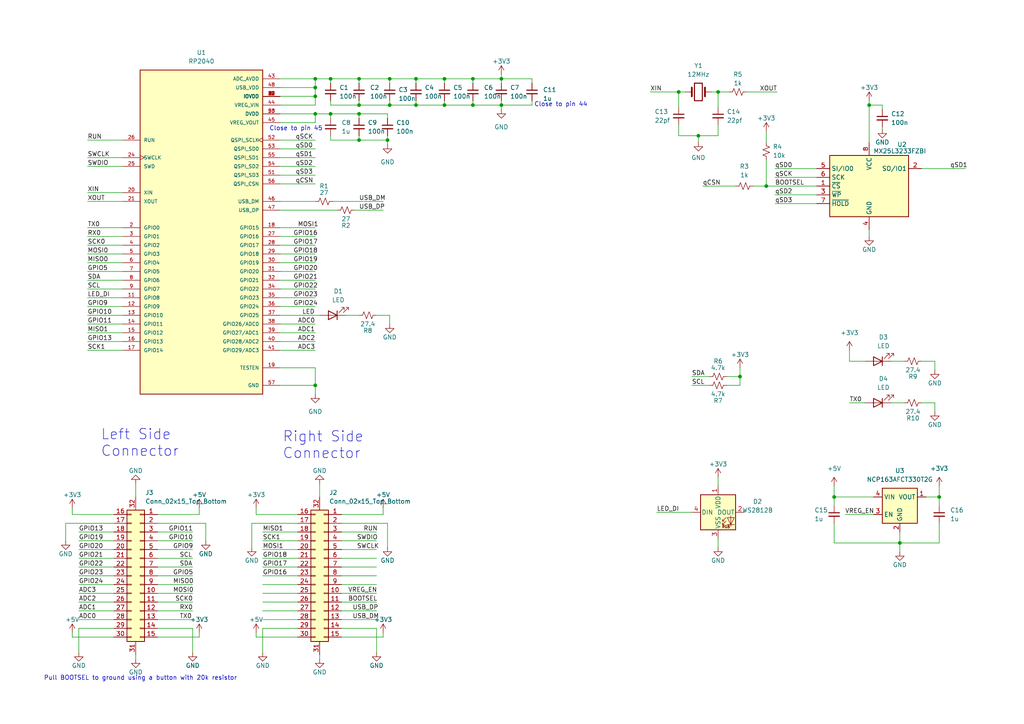
<source format=kicad_sch>
(kicad_sch (version 20230121) (generator eeschema)
  (paper "A4")
  (lib_symbols
    (symbol "Customs_Connectors:Conn_02x15_Top_Bottom" (pin_names (offset 1.016) hide)
      (property "Reference" "J" (at 2.54 20.32 0))
      (property "Value" "Conn_02x15_Top_Bottom" (at 1.27 -20.32 0))
      (symbol "Conn_02x15_Top_Bottom_1_1"
        (rectangle (start -1.27 -19.05) (end 3.81 19.05) (stroke (width 0.254)) (fill (type background)))
        (rectangle (start 0 -17.907) (end -1.27 -17.653) (stroke (width 0.1524)))
        (rectangle (start 0 -15.367) (end -1.27 -15.113) (stroke (width 0.1524)))
        (rectangle (start 0 -12.827) (end -1.27 -12.573) (stroke (width 0.1524)))
        (rectangle (start 0 -10.287) (end -1.27 -10.033) (stroke (width 0.1524)))
        (rectangle (start 0 -7.747) (end -1.27 -7.493) (stroke (width 0.1524)))
        (rectangle (start 0 -5.207) (end -1.27 -4.953) (stroke (width 0.1524)))
        (rectangle (start 0 -2.667) (end -1.27 -2.413) (stroke (width 0.1524)))
        (rectangle (start 0 -0.127) (end -1.27 0.127) (stroke (width 0.1524)))
        (rectangle (start 0 2.413) (end -1.27 2.667) (stroke (width 0.1524)))
        (rectangle (start 0 4.953) (end -1.27 5.207) (stroke (width 0.1524)))
        (rectangle (start 0 7.493) (end -1.27 7.747) (stroke (width 0.1524)))
        (rectangle (start 0 10.033) (end -1.27 10.287) (stroke (width 0.1524)))
        (rectangle (start 0 12.573) (end -1.27 12.827) (stroke (width 0.1524)))
        (rectangle (start 0 15.113) (end -1.27 15.367) (stroke (width 0.1524)))
        (rectangle (start 0 17.653) (end -1.27 17.907) (stroke (width 0.1524)))
        (rectangle (start 2.54 -17.907) (end 3.81 -17.653) (stroke (width 0.1524)))
        (rectangle (start 2.54 -15.367) (end 3.81 -15.113) (stroke (width 0.1524)))
        (rectangle (start 2.54 -12.827) (end 3.81 -12.573) (stroke (width 0.1524)))
        (rectangle (start 2.54 -10.287) (end 3.81 -10.033) (stroke (width 0.1524)))
        (rectangle (start 2.54 -7.747) (end 3.81 -7.493) (stroke (width 0.1524)))
        (rectangle (start 2.54 -5.207) (end 3.81 -4.953) (stroke (width 0.1524)))
        (rectangle (start 2.54 -2.667) (end 3.81 -2.413) (stroke (width 0.1524)))
        (rectangle (start 2.54 -0.127) (end 3.81 0.127) (stroke (width 0.1524)))
        (rectangle (start 2.54 2.413) (end 3.81 2.667) (stroke (width 0.1524)))
        (rectangle (start 2.54 4.953) (end 3.81 5.207) (stroke (width 0.1524)))
        (rectangle (start 2.54 7.493) (end 3.81 7.747) (stroke (width 0.1524)))
        (rectangle (start 2.54 10.033) (end 3.81 10.287) (stroke (width 0.1524)))
        (rectangle (start 2.54 12.573) (end 3.81 12.827) (stroke (width 0.1524)))
        (rectangle (start 2.54 15.113) (end 3.81 15.367) (stroke (width 0.1524)))
        (rectangle (start 2.54 17.653) (end 3.81 17.907) (stroke (width 0.1524)))
        (pin passive line (at 7.62 17.78 180) (length 3.81) (name "Pin_1") (number "1"))
        (pin passive line (at 7.62 -5.08 180) (length 3.81) (name "Pin_10") (number "10"))
        (pin passive line (at 7.62 -7.62 180) (length 3.81) (name "Pin_11") (number "11"))
        (pin passive line (at 7.62 -10.16 180) (length 3.81) (name "Pin_12") (number "12"))
        (pin passive line (at 7.62 -12.7 180) (length 3.81) (name "Pin_13") (number "13"))
        (pin passive line (at 7.62 -15.24 180) (length 3.81) (name "Pin_14") (number "14"))
        (pin passive line (at 7.62 -17.78 180) (length 3.81) (name "Pin_15") (number "15"))
        (pin passive line (at -5.08 17.78 0) (length 3.81) (name "Pin_16") (number "16"))
        (pin passive line (at -5.08 15.24 0) (length 3.81) (name "Pin_17") (number "17"))
        (pin passive line (at -5.08 12.7 0) (length 3.81) (name "Pin_18") (number "18"))
        (pin passive line (at -5.08 10.16 0) (length 3.81) (name "Pin_19") (number "19"))
        (pin passive line (at 7.62 15.24 180) (length 3.81) (name "Pin_2") (number "2"))
        (pin passive line (at -5.08 7.62 0) (length 3.81) (name "Pin_20") (number "20"))
        (pin passive line (at -5.08 5.08 0) (length 3.81) (name "Pin_21") (number "21"))
        (pin passive line (at -5.08 2.54 0) (length 3.81) (name "Pin_22") (number "22"))
        (pin passive line (at -5.08 0 0) (length 3.81) (name "Pin_23") (number "23"))
        (pin passive line (at -5.08 -2.54 0) (length 3.81) (name "Pin_24") (number "24"))
        (pin passive line (at -5.08 -5.08 0) (length 3.81) (name "Pin_25") (number "25"))
        (pin passive line (at -5.08 -7.62 0) (length 3.81) (name "Pin_26") (number "26"))
        (pin passive line (at -5.08 -10.16 0) (length 3.81) (name "Pin_27") (number "27"))
        (pin passive line (at -5.08 -12.7 0) (length 3.81) (name "Pin_28") (number "28"))
        (pin passive line (at -5.08 -15.24 0) (length 3.81) (name "Pin_29") (number "29"))
        (pin passive line (at 7.62 12.7 180) (length 3.81) (name "Pin_3") (number "3"))
        (pin passive line (at -5.08 -17.78 0) (length 3.81) (name "Pin_30") (number "30"))
        (pin passive line (at 1.27 -22.86 90) (length 3.81) (name "Pin_30") (number "31"))
        (pin passive line (at 1.27 22.86 270) (length 3.81) (name "Pin_30") (number "32"))
        (pin passive line (at 7.62 10.16 180) (length 3.81) (name "Pin_4") (number "4"))
        (pin passive line (at 7.62 7.62 180) (length 3.81) (name "Pin_5") (number "5"))
        (pin passive line (at 7.62 5.08 180) (length 3.81) (name "Pin_6") (number "6"))
        (pin passive line (at 7.62 2.54 180) (length 3.81) (name "Pin_7") (number "7"))
        (pin passive line (at 7.62 0 180) (length 3.81) (name "Pin_8") (number "8"))
        (pin passive line (at 7.62 -2.54 180) (length 3.81) (name "Pin_9") (number "9"))
      )
    )
    (symbol "Device:C_Small" (pin_numbers hide) (pin_names (offset 0.254) hide)
      (property "Reference" "C" (at 0.254 1.778 0))
      (property "Value" "C_Small" (at 0.254 -2.032 0))
      (symbol "C_Small_0_1"
        (polyline (pts (xy -1.524 -0.508) (xy 1.524 -0.508)) (stroke (width 0.3302)))
        (polyline (pts (xy -1.524 0.508) (xy 1.524 0.508)) (stroke (width 0.3048)))
      )
      (symbol "C_Small_1_1"
        (pin passive line (at 0 2.54 270) (length 2.032) (name "~") (number "1"))
        (pin passive line (at 0 -2.54 90) (length 2.032) (name "~") (number "2"))
      )
    )
    (symbol "Device:Crystal" (pin_numbers hide) (pin_names (offset 1.016) hide)
      (property "Reference" "Y" (at 0 3.81 0))
      (property "Value" "Crystal" (at 0 -3.81 0))
      (symbol "Crystal_0_1"
        (rectangle (start -1.143 2.54) (end 1.143 -2.54) (stroke (width 0.3048)))
        (polyline (pts (xy -2.54 0) (xy -1.905 0)))
        (polyline (pts (xy -1.905 -1.27) (xy -1.905 1.27)) (stroke (width 0.508)))
        (polyline (pts (xy 1.905 -1.27) (xy 1.905 1.27)) (stroke (width 0.508)))
        (polyline (pts (xy 2.54 0) (xy 1.905 0)))
      )
      (symbol "Crystal_1_1"
        (pin passive line (at -3.81 0 0) (length 1.27) (name "1") (number "1"))
        (pin passive line (at 3.81 0 180) (length 1.27) (name "2") (number "2"))
      )
    )
    (symbol "Device:LED" (pin_numbers hide) (pin_names (offset 1.016) hide)
      (property "Reference" "D" (at 0 2.54 0))
      (property "Value" "LED" (at 0 -2.54 0))
      (symbol "LED_0_1"
        (polyline (pts (xy -1.27 -1.27) (xy -1.27 1.27)) (stroke (width 0.254)))
        (polyline (pts (xy -1.27 0) (xy 1.27 0)))
        (polyline (pts (xy 1.27 -1.27) (xy 1.27 1.27) (xy -1.27 0) (xy 1.27 -1.27)) (stroke (width 0.254)))
        (polyline (pts (xy -3.048 -0.762) (xy -4.572 -2.286) (xy -3.81 -2.286) (xy -4.572 -2.286) (xy -4.572 -1.524)))
        (polyline (pts (xy -1.778 -0.762) (xy -3.302 -2.286) (xy -2.54 -2.286) (xy -3.302 -2.286) (xy -3.302 -1.524)))
      )
      (symbol "LED_1_1"
        (pin passive line (at -3.81 0 0) (length 2.54) (name "K") (number "1"))
        (pin passive line (at 3.81 0 180) (length 2.54) (name "A") (number "2"))
      )
    )
    (symbol "Device:R_Small_US" (pin_numbers hide) (pin_names (offset 0.254) hide)
      (property "Reference" "R" (at 0.762 0.508 0))
      (property "Value" "R_Small_US" (at 0.762 -1.016 0))
      (symbol "R_Small_US_1_1"
        (polyline (pts (xy 0 0) (xy 1.016 -0.381) (xy 0 -0.762) (xy -1.016 -1.143) (xy 0 -1.524)))
        (polyline (pts (xy 0 1.524) (xy 1.016 1.143) (xy 0 0.762) (xy -1.016 0.381) (xy 0 0)))
        (pin passive line (at 0 2.54 270) (length 1.016) (name "~") (number "1"))
        (pin passive line (at 0 -2.54 90) (length 1.016) (name "~") (number "2"))
      )
    )
    (symbol "LED:WS2812B" (pin_names (offset 0.254))
      (property "Reference" "D" (at 5.08 5.715 0))
      (property "Value" "WS2812B" (at 1.27 -5.715 0))
      (symbol "WS2812B_0_0"
        (text "RGB" (at 2.286 -4.191 0) (effects (font (size 0.762 0.762))))
      )
      (symbol "WS2812B_0_1"
        (polyline (pts (xy 1.27 -3.556) (xy 1.778 -3.556)))
        (polyline (pts (xy 1.27 -2.54) (xy 1.778 -2.54)))
        (polyline (pts (xy 4.699 -3.556) (xy 2.667 -3.556)))
        (polyline (pts (xy 2.286 -2.54) (xy 1.27 -3.556) (xy 1.27 -3.048)))
        (polyline (pts (xy 2.286 -1.524) (xy 1.27 -2.54) (xy 1.27 -2.032)))
        (polyline (pts (xy 3.683 -1.016) (xy 3.683 -3.556) (xy 3.683 -4.064)))
        (polyline (pts (xy 4.699 -1.524) (xy 2.667 -1.524) (xy 3.683 -3.556) (xy 4.699 -1.524)))
        (rectangle (start 5.08 5.08) (end -5.08 -5.08) (stroke (width 0.254)) (fill (type background)))
      )
      (symbol "WS2812B_1_1"
        (pin power_in line (at 0 7.62 270) (length 2.54) (name "VDD") (number "1"))
        (pin output line (at 7.62 0 180) (length 2.54) (name "DOUT") (number "2"))
        (pin power_in line (at 0 -7.62 90) (length 2.54) (name "VSS") (number "3"))
        (pin input line (at -7.62 0 0) (length 2.54) (name "DIN") (number "4"))
      )
    )
    (symbol "Memory_Flash:AT25DF041x-UxN-x"
      (property "Reference" "U2" (at 9.525 12.065 0))
      (property "Value" "MX25L3233FZBI" (at 8.89 10.16 0))
      (symbol "AT25DF041x-UxN-x_1_1"
        (rectangle (start -11.43 8.89) (end 11.43 -8.89) (stroke (width 0.254)) (fill (type background)))
        (pin input line (at -15.24 0 0) (length 3.81) (name "~{CS}") (number "1"))
        (pin bidirectional line (at 15.24 5.08 180) (length 3.81) (name "SO/IO1") (number "2"))
        (pin bidirectional line (at -15.24 -2.54 0) (length 3.81) (name "~{WP}") (number "3"))
        (pin power_in line (at 0 -12.7 90) (length 3.81) (name "GND") (number "4"))
        (pin bidirectional line (at -15.24 5.08 0) (length 3.81) (name "SI/IO0") (number "5"))
        (pin input line (at -15.24 2.54 0) (length 3.81) (name "SCK") (number "6"))
        (pin bidirectional line (at -15.24 -5.08 0) (length 3.81) (name "~{HOLD}") (number "7"))
        (pin power_in line (at 0 12.7 270) (length 3.81) (name "VCC") (number "8"))
      )
    )
    (symbol "RP2040:RP2040" (pin_names (offset 1.016))
      (property "Reference" "U1" (at 0 53.34 0))
      (property "Value" "RP2040" (at 0 50.8 0))
      (symbol "RP2040_0_0"
        (rectangle (start -17.78 -45.72) (end 17.78 48.26) (stroke (width 0.254)) (fill (type background)))
        (pin power_in line (at 22.86 40.64 180) (length 5.08) (name "IOVDD") (number "1"))
        (pin power_in line (at 22.86 40.64 180) (length 5.08) (name "IOVDD") (number "10"))
        (pin bidirectional line (at -22.86 -17.78 0) (length 5.08) (name "GPIO8") (number "11"))
        (pin bidirectional line (at -22.86 -20.32 0) (length 5.08) (name "GPIO9") (number "12"))
        (pin bidirectional line (at -22.86 -22.86 0) (length 5.08) (name "GPIO10") (number "13"))
        (pin bidirectional line (at -22.86 -25.4 0) (length 5.08) (name "GPIO11") (number "14"))
        (pin bidirectional line (at -22.86 -27.94 0) (length 5.08) (name "GPIO12") (number "15"))
        (pin bidirectional line (at -22.86 -30.48 0) (length 5.08) (name "GPIO13") (number "16"))
        (pin bidirectional line (at -22.86 -33.02 0) (length 5.08) (name "GPIO14") (number "17"))
        (pin bidirectional line (at 22.86 2.54 180) (length 5.08) (name "GPIO15") (number "18"))
        (pin passive line (at 22.86 -38.1 180) (length 5.08) (name "TESTEN") (number "19"))
        (pin bidirectional line (at -22.86 2.54 0) (length 5.08) (name "GPIO0") (number "2"))
        (pin input line (at -22.86 12.7 0) (length 5.08) (name "XIN") (number "20"))
        (pin output line (at -22.86 10.16 0) (length 5.08) (name "XOUT") (number "21"))
        (pin power_in line (at 22.86 40.64 180) (length 5.08) (name "IOVDD") (number "22"))
        (pin power_in line (at 22.86 35.56 180) (length 5.08) (name "DVDD") (number "23"))
        (pin input clock (at -22.86 22.86 0) (length 5.08) (name "SWCLK") (number "24"))
        (pin bidirectional line (at -22.86 20.32 0) (length 5.08) (name "SWD") (number "25"))
        (pin input line (at -22.86 27.94 0) (length 5.08) (name "RUN") (number "26"))
        (pin bidirectional line (at 22.86 0 180) (length 5.08) (name "GPIO16") (number "27"))
        (pin bidirectional line (at 22.86 -2.54 180) (length 5.08) (name "GPIO17") (number "28"))
        (pin bidirectional line (at 22.86 -5.08 180) (length 5.08) (name "GPIO18") (number "29"))
        (pin bidirectional line (at -22.86 0 0) (length 5.08) (name "GPIO1") (number "3"))
        (pin bidirectional line (at 22.86 -7.62 180) (length 5.08) (name "GPIO19") (number "30"))
        (pin bidirectional line (at 22.86 -10.16 180) (length 5.08) (name "GPIO20") (number "31"))
        (pin bidirectional line (at 22.86 -12.7 180) (length 5.08) (name "GPIO21") (number "32"))
        (pin power_in line (at 22.86 40.64 180) (length 5.08) (name "IOVDD") (number "33"))
        (pin bidirectional line (at 22.86 -15.24 180) (length 5.08) (name "GPIO22") (number "34"))
        (pin bidirectional line (at 22.86 -17.78 180) (length 5.08) (name "GPIO23") (number "35"))
        (pin bidirectional line (at 22.86 -20.32 180) (length 5.08) (name "GPIO24") (number "36"))
        (pin bidirectional line (at 22.86 -22.86 180) (length 5.08) (name "GPIO25") (number "37"))
        (pin bidirectional line (at 22.86 -25.4 180) (length 5.08) (name "GPIO26/ADC0") (number "38"))
        (pin bidirectional line (at 22.86 -27.94 180) (length 5.08) (name "GPIO27/ADC1") (number "39"))
        (pin bidirectional line (at -22.86 -2.54 0) (length 5.08) (name "GPIO2") (number "4"))
        (pin bidirectional line (at 22.86 -30.48 180) (length 5.08) (name "GPIO28/ADC2") (number "40"))
        (pin bidirectional line (at 22.86 -33.02 180) (length 5.08) (name "GPIO29/ADC3") (number "41"))
        (pin power_in line (at 22.86 40.64 180) (length 5.08) (name "IOVDD") (number "42"))
        (pin power_in line (at 22.86 45.72 180) (length 5.08) (name "ADC_AVDD") (number "43"))
        (pin input line (at 22.86 38.1 180) (length 5.08) (name "VREG_VIN") (number "44"))
        (pin output line (at 22.86 33.02 180) (length 5.08) (name "VREG_VOUT") (number "45"))
        (pin bidirectional line (at 22.86 10.16 180) (length 5.08) (name "USB_DM") (number "46"))
        (pin bidirectional line (at 22.86 7.62 180) (length 5.08) (name "USB_DP") (number "47"))
        (pin power_in line (at 22.86 43.18 180) (length 5.08) (name "USB_VDD") (number "48"))
        (pin power_in line (at 22.86 40.64 180) (length 5.08) (name "IOVDD") (number "49"))
        (pin bidirectional line (at -22.86 -5.08 0) (length 5.08) (name "GPIO3") (number "5"))
        (pin power_in line (at 22.86 35.56 180) (length 5.08) (name "DVDD") (number "50"))
        (pin bidirectional line (at 22.86 17.78 180) (length 5.08) (name "QSPI_SD3") (number "51"))
        (pin bidirectional clock (at 22.86 27.94 180) (length 5.08) (name "QSPI_SCLK") (number "52"))
        (pin bidirectional line (at 22.86 25.4 180) (length 5.08) (name "QSPI_SD0") (number "53"))
        (pin bidirectional line (at 22.86 20.32 180) (length 5.08) (name "QSPI_SD2") (number "54"))
        (pin bidirectional line (at 22.86 22.86 180) (length 5.08) (name "QSPI_SD1") (number "55"))
        (pin bidirectional line (at 22.86 15.24 180) (length 5.08) (name "QSPI_CSN") (number "56"))
        (pin power_in line (at 22.86 -43.18 180) (length 5.08) (name "GND") (number "57"))
        (pin bidirectional line (at -22.86 -7.62 0) (length 5.08) (name "GPIO4") (number "6"))
        (pin bidirectional line (at -22.86 -10.16 0) (length 5.08) (name "GPIO5") (number "7"))
        (pin bidirectional line (at -22.86 -12.7 0) (length 5.08) (name "GPIO6") (number "8"))
        (pin bidirectional line (at -22.86 -15.24 0) (length 5.08) (name "GPIO7") (number "9"))
      )
    )
    (symbol "Regulator_Linear:NCP163AFCT330T2G"
      (property "Reference" "U3" (at 0 10.16 0))
      (property "Value" "NCP163AFCT330T2G" (at 0 7.62 0))
      (symbol "NCP163AFCT330T2G_0_1"
        (rectangle (start -5.08 5.08) (end 5.08 -5.08) (stroke (width 0.254)) (fill (type background)))
      )
      (symbol "NCP163AFCT330T2G_1_1"
        (pin power_out line (at 7.62 2.54 180) (length 2.54) (name "VOUT") (number "1"))
        (pin power_in line (at 0 -7.62 90) (length 2.54) (name "GND") (number "2"))
        (pin input line (at -7.62 -2.54 0) (length 2.54) (name "EN") (number "3"))
        (pin power_in line (at -7.62 2.54 0) (length 2.54) (name "VIN") (number "4"))
      )
    )
    (symbol "power:+3.3V" (power) (pin_names (offset 0))
      (property "Value" "+3.3V" (at 0 3.556 0))
      (symbol "+3.3V_0_1"
        (polyline (pts (xy -0.762 1.27) (xy 0 2.54)))
        (polyline (pts (xy 0 0) (xy 0 2.54)))
        (polyline (pts (xy 0 2.54) (xy 0.762 1.27)))
      )
      (symbol "+3.3V_1_1"
        (pin power_in line (at 0 0 90) (length 0) hide (name "+3V3") (number "1"))
      )
    )
    (symbol "power:+5V" (power) (pin_names (offset 0))
      (property "Value" "+5V" (at 0 3.556 0))
      (symbol "+5V_0_1"
        (polyline (pts (xy -0.762 1.27) (xy 0 2.54)))
        (polyline (pts (xy 0 0) (xy 0 2.54)))
        (polyline (pts (xy 0 2.54) (xy 0.762 1.27)))
      )
      (symbol "+5V_1_1"
        (pin power_in line (at 0 0 90) (length 0) hide (name "+5V") (number "1"))
      )
    )
    (symbol "power:GND" (power) (pin_names (offset 0))
      (property "Value" "GND" (at 0 -3.81 0))
      (symbol "GND_0_1"
        (polyline (pts (xy 0 0) (xy 0 -1.27) (xy 1.27 -1.27) (xy 0 -2.54) (xy -1.27 -1.27) (xy 0 -1.27)))
      )
      (symbol "GND_1_1"
        (pin power_in line (at 0 0 270) (length 0) hide (name "GND") (number "1"))
      )
    )
  )
  (junction (at 91.44 25.4))
  (junction (at 272.415 144.145))
  (junction (at 208.28 26.67))
  (junction (at 145.415 22.86))
  (junction (at 113.03 22.86))
  (junction (at 104.14 22.86))
  (junction (at 241.935 144.145))
  (junction (at 137.16 30.48))
  (junction (at 260.985 157.48))
  (junction (at 104.14 33.02))
  (junction (at 145.415 30.48))
  (junction (at 91.44 111.76))
  (junction (at 112.395 40.64))
  (junction (at 91.44 33.02))
  (junction (at 128.905 22.86))
  (junction (at 95.885 22.86))
  (junction (at 137.16 22.86))
  (junction (at 214.63 109.22))
  (junction (at 91.44 27.94))
  (junction (at 222.25 53.975))
  (junction (at 202.565 39.37))
  (junction (at 91.44 22.86))
  (junction (at 113.03 30.48))
  (junction (at 120.65 30.48))
  (junction (at 196.85 26.67))
  (junction (at 128.905 30.48))
  (junction (at 95.885 33.02))
  (junction (at 120.65 22.86))
  (junction (at 104.14 30.48))
  (junction (at 252.095 30.48))
  (junction (at 104.14 40.64))
  (wire (pts (xy 112.395 33.02) (xy 104.14 33.02)))
  (wire (pts (xy 57.785 184.785) (xy 57.785 183.515)))
  (wire (pts (xy 81.28 111.76) (xy 91.44 111.76)))
  (wire (pts (xy 255.905 36.83) (xy 255.905 37.465)))
  (wire (pts (xy 224.79 56.515) (xy 236.855 56.515)))
  (wire (pts (xy 99.06 177.165) (xy 109.22 177.165)))
  (wire (pts (xy 22.86 156.845) (xy 33.02 156.845)))
  (wire (pts (xy 218.44 53.975) (xy 222.25 53.975)))
  (wire (pts (xy 81.28 40.64) (xy 91.44 40.64)))
  (wire (pts (xy 99.06 149.225) (xy 111.125 149.225)))
  (wire (pts (xy 145.415 22.86) (xy 145.415 24.13)))
  (wire (pts (xy 91.44 33.02) (xy 91.44 35.56)))
  (wire (pts (xy 81.28 25.4) (xy 91.44 25.4)))
  (wire (pts (xy 45.72 179.705) (xy 55.88 179.705)))
  (wire (pts (xy 99.06 179.705) (xy 109.22 179.705)))
  (wire (pts (xy 268.605 144.145) (xy 272.415 144.145)))
  (wire (pts (xy 76.2 167.005) (xy 86.36 167.005)))
  (wire (pts (xy 39.37 189.865) (xy 39.37 191.135)))
  (wire (pts (xy 22.86 164.465) (xy 33.02 164.465)))
  (wire (pts (xy 81.28 66.04) (xy 91.44 66.04)))
  (wire (pts (xy 76.2 174.625) (xy 86.36 174.625)))
  (wire (pts (xy 112.395 34.29) (xy 112.395 33.02)))
  (wire (pts (xy 255.905 30.48) (xy 252.095 30.48)))
  (wire (pts (xy 91.44 111.76) (xy 91.44 114.3)))
  (wire (pts (xy 45.72 172.085) (xy 55.88 172.085)))
  (wire (pts (xy 25.4 66.04) (xy 35.56 66.04)))
  (wire (pts (xy 22.86 161.925) (xy 33.02 161.925)))
  (wire (pts (xy 81.28 33.02) (xy 91.44 33.02)))
  (wire (pts (xy 45.72 151.765) (xy 59.69 151.765)))
  (wire (pts (xy 120.65 29.21) (xy 120.65 30.48)))
  (wire (pts (xy 128.905 30.48) (xy 120.65 30.48)))
  (wire (pts (xy 190.5 148.59) (xy 200.66 148.59)))
  (wire (pts (xy 241.935 144.145) (xy 253.365 144.145)))
  (wire (pts (xy 81.28 30.48) (xy 91.44 30.48)))
  (wire (pts (xy 208.28 39.37) (xy 202.565 39.37)))
  (wire (pts (xy 200.66 109.22) (xy 205.74 109.22)))
  (wire (pts (xy 96.52 58.42) (xy 111.125 58.42)))
  (wire (pts (xy 25.4 101.6) (xy 35.56 101.6)))
  (wire (pts (xy 55.88 182.245) (xy 55.88 189.23)))
  (wire (pts (xy 76.2 172.085) (xy 86.36 172.085)))
  (wire (pts (xy 208.28 26.67) (xy 208.28 31.115)))
  (wire (pts (xy 35.56 83.82) (xy 25.4 83.82)))
  (wire (pts (xy 137.16 29.21) (xy 137.16 30.48)))
  (wire (pts (xy 99.06 167.005) (xy 109.22 167.005)))
  (wire (pts (xy 81.28 53.34) (xy 91.44 53.34)))
  (wire (pts (xy 104.14 33.02) (xy 104.14 34.29)))
  (wire (pts (xy 45.72 159.385) (xy 55.88 159.385)))
  (wire (pts (xy 81.28 93.98) (xy 91.44 93.98)))
  (wire (pts (xy 104.14 33.02) (xy 95.885 33.02)))
  (wire (pts (xy 57.785 147.32) (xy 57.785 149.225)))
  (wire (pts (xy 267.335 104.775) (xy 271.145 104.775)))
  (wire (pts (xy 19.05 151.765) (xy 19.05 156.845)))
  (wire (pts (xy 22.86 154.305) (xy 33.02 154.305)))
  (wire (pts (xy 95.885 33.02) (xy 91.44 33.02)))
  (wire (pts (xy 92.71 189.865) (xy 92.71 191.135)))
  (wire (pts (xy 19.05 151.765) (xy 33.02 151.765)))
  (wire (pts (xy 250.825 104.775) (xy 246.38 104.775)))
  (wire (pts (xy 206.375 26.67) (xy 208.28 26.67)))
  (wire (pts (xy 81.28 73.66) (xy 91.44 73.66)))
  (wire (pts (xy 95.885 40.64) (xy 104.14 40.64)))
  (wire (pts (xy 81.28 71.12) (xy 91.44 71.12)))
  (wire (pts (xy 81.28 50.8) (xy 91.44 50.8)))
  (wire (pts (xy 20.955 183.515) (xy 20.955 184.785)))
  (wire (pts (xy 258.445 116.84) (xy 262.255 116.84)))
  (wire (pts (xy 76.2 164.465) (xy 86.36 164.465)))
  (wire (pts (xy 81.28 88.9) (xy 91.44 88.9)))
  (wire (pts (xy 246.38 101.6) (xy 246.38 104.775)))
  (wire (pts (xy 137.16 30.48) (xy 128.905 30.48)))
  (wire (pts (xy 214.63 111.76) (xy 210.82 111.76)))
  (wire (pts (xy 104.14 22.86) (xy 104.14 24.13)))
  (wire (pts (xy 113.03 22.86) (xy 120.65 22.86)))
  (wire (pts (xy 20.955 149.225) (xy 33.02 149.225)))
  (wire (pts (xy 128.905 22.86) (xy 128.905 24.13)))
  (wire (pts (xy 81.28 45.72) (xy 91.44 45.72)))
  (wire (pts (xy 76.2 179.705) (xy 86.36 179.705)))
  (wire (pts (xy 22.86 169.545) (xy 33.02 169.545)))
  (wire (pts (xy 99.06 172.085) (xy 109.22 172.085)))
  (wire (pts (xy 272.415 140.97) (xy 272.415 144.145)))
  (wire (pts (xy 59.69 151.765) (xy 59.69 156.845)))
  (wire (pts (xy 76.2 177.165) (xy 86.36 177.165)))
  (wire (pts (xy 214.63 109.22) (xy 214.63 111.76)))
  (wire (pts (xy 145.415 30.48) (xy 154.305 30.48)))
  (wire (pts (xy 81.28 60.96) (xy 97.79 60.96)))
  (wire (pts (xy 45.72 154.305) (xy 55.88 154.305)))
  (wire (pts (xy 104.14 30.48) (xy 113.03 30.48)))
  (wire (pts (xy 74.295 184.785) (xy 74.295 183.515)))
  (wire (pts (xy 25.4 81.28) (xy 35.56 81.28)))
  (wire (pts (xy 145.415 21.59) (xy 145.415 22.86)))
  (wire (pts (xy 45.72 184.785) (xy 57.785 184.785)))
  (wire (pts (xy 99.06 154.305) (xy 109.22 154.305)))
  (wire (pts (xy 154.305 29.21) (xy 154.305 30.48)))
  (wire (pts (xy 99.06 161.925) (xy 109.22 161.925)))
  (wire (pts (xy 73.025 151.765) (xy 73.025 158.75)))
  (wire (pts (xy 260.985 157.48) (xy 241.935 157.48)))
  (wire (pts (xy 91.44 22.86) (xy 95.885 22.86)))
  (wire (pts (xy 81.28 76.2) (xy 91.44 76.2)))
  (wire (pts (xy 99.06 182.245) (xy 109.22 182.245)))
  (wire (pts (xy 81.28 106.68) (xy 91.44 106.68)))
  (wire (pts (xy 113.03 91.44) (xy 113.03 93.98)))
  (wire (pts (xy 210.82 109.22) (xy 214.63 109.22)))
  (wire (pts (xy 25.4 96.52) (xy 35.56 96.52)))
  (wire (pts (xy 137.16 22.86) (xy 145.415 22.86)))
  (wire (pts (xy 137.16 30.48) (xy 145.415 30.48)))
  (wire (pts (xy 81.28 78.74) (xy 91.44 78.74)))
  (wire (pts (xy 81.28 101.6) (xy 91.44 101.6)))
  (wire (pts (xy 111.125 184.785) (xy 111.125 183.515)))
  (wire (pts (xy 76.2 154.305) (xy 86.36 154.305)))
  (wire (pts (xy 112.395 151.765) (xy 112.395 158.75)))
  (wire (pts (xy 81.28 91.44) (xy 92.71 91.44)))
  (wire (pts (xy 81.28 83.82) (xy 91.44 83.82)))
  (wire (pts (xy 260.985 157.48) (xy 260.985 160.02)))
  (wire (pts (xy 74.295 147.32) (xy 74.295 149.225)))
  (wire (pts (xy 128.905 29.21) (xy 128.905 30.48)))
  (wire (pts (xy 99.06 156.845) (xy 109.22 156.845)))
  (wire (pts (xy 73.025 151.765) (xy 86.36 151.765)))
  (wire (pts (xy 202.565 39.37) (xy 202.565 41.275)))
  (wire (pts (xy 99.06 169.545) (xy 109.22 169.545)))
  (wire (pts (xy 20.955 147.32) (xy 20.955 149.225)))
  (wire (pts (xy 95.885 22.86) (xy 104.14 22.86)))
  (wire (pts (xy 76.2 156.845) (xy 86.36 156.845)))
  (wire (pts (xy 22.86 182.245) (xy 33.02 182.245)))
  (wire (pts (xy 45.72 182.245) (xy 55.88 182.245)))
  (wire (pts (xy 208.28 138.43) (xy 208.28 140.97)))
  (wire (pts (xy 250.825 116.84) (xy 246.38 116.84)))
  (wire (pts (xy 45.72 177.165) (xy 55.88 177.165)))
  (wire (pts (xy 267.335 48.895) (xy 280.035 48.895)))
  (wire (pts (xy 25.4 86.36) (xy 35.56 86.36)))
  (wire (pts (xy 99.06 184.785) (xy 111.125 184.785)))
  (wire (pts (xy 81.28 68.58) (xy 91.44 68.58)))
  (wire (pts (xy 91.44 27.94) (xy 91.44 30.48)))
  (wire (pts (xy 81.28 35.56) (xy 91.44 35.56)))
  (wire (pts (xy 95.885 39.37) (xy 95.885 40.64)))
  (wire (pts (xy 91.44 22.86) (xy 91.44 25.4)))
  (wire (pts (xy 95.885 22.86) (xy 95.885 24.13)))
  (wire (pts (xy 137.16 22.86) (xy 137.16 24.13)))
  (wire (pts (xy 76.2 161.925) (xy 86.36 161.925)))
  (wire (pts (xy 95.885 29.21) (xy 95.885 30.48)))
  (wire (pts (xy 120.65 22.86) (xy 128.905 22.86)))
  (wire (pts (xy 25.4 73.66) (xy 35.56 73.66)))
  (wire (pts (xy 22.86 172.085) (xy 33.02 172.085)))
  (wire (pts (xy 45.72 164.465) (xy 55.88 164.465)))
  (wire (pts (xy 22.86 159.385) (xy 33.02 159.385)))
  (wire (pts (xy 22.86 179.705) (xy 33.02 179.705)))
  (wire (pts (xy 45.72 161.925) (xy 55.88 161.925)))
  (wire (pts (xy 258.445 104.775) (xy 262.255 104.775)))
  (wire (pts (xy 92.71 140.335) (xy 92.71 144.145)))
  (wire (pts (xy 81.28 86.36) (xy 91.44 86.36)))
  (wire (pts (xy 76.2 169.545) (xy 86.36 169.545)))
  (wire (pts (xy 196.85 39.37) (xy 202.565 39.37)))
  (wire (pts (xy 39.37 140.335) (xy 39.37 144.145)))
  (wire (pts (xy 260.985 154.305) (xy 260.985 157.48)))
  (wire (pts (xy 128.905 22.86) (xy 137.16 22.86)))
  (wire (pts (xy 25.4 93.98) (xy 35.56 93.98)))
  (wire (pts (xy 25.4 45.72) (xy 35.56 45.72)))
  (wire (pts (xy 74.295 184.785) (xy 86.36 184.785)))
  (wire (pts (xy 25.4 88.9) (xy 35.56 88.9)))
  (wire (pts (xy 81.28 48.26) (xy 91.44 48.26)))
  (wire (pts (xy 104.14 22.86) (xy 113.03 22.86)))
  (wire (pts (xy 25.4 78.74) (xy 35.56 78.74)))
  (wire (pts (xy 81.28 22.86) (xy 91.44 22.86)))
  (wire (pts (xy 104.14 30.48) (xy 95.885 30.48)))
  (wire (pts (xy 95.885 34.29) (xy 95.885 33.02)))
  (wire (pts (xy 45.72 167.005) (xy 55.88 167.005)))
  (wire (pts (xy 109.22 182.245) (xy 109.22 189.23)))
  (wire (pts (xy 22.86 182.245) (xy 22.86 189.23)))
  (wire (pts (xy 272.415 151.765) (xy 272.415 157.48)))
  (wire (pts (xy 104.14 29.21) (xy 104.14 30.48)))
  (wire (pts (xy 208.28 26.67) (xy 211.455 26.67)))
  (wire (pts (xy 45.72 156.845) (xy 55.88 156.845)))
  (wire (pts (xy 208.28 36.195) (xy 208.28 39.37)))
  (wire (pts (xy 200.66 111.76) (xy 205.74 111.76)))
  (wire (pts (xy 99.06 164.465) (xy 109.22 164.465)))
  (wire (pts (xy 272.415 144.145) (xy 272.415 146.685)))
  (wire (pts (xy 188.595 26.67) (xy 196.85 26.67)))
  (wire (pts (xy 76.2 182.245) (xy 76.2 189.23)))
  (wire (pts (xy 22.86 177.165) (xy 33.02 177.165)))
  (wire (pts (xy 102.87 60.96) (xy 111.125 60.96)))
  (wire (pts (xy 76.2 159.385) (xy 86.36 159.385)))
  (wire (pts (xy 113.03 24.13) (xy 113.03 22.86)))
  (wire (pts (xy 222.25 53.975) (xy 236.855 53.975)))
  (wire (pts (xy 196.85 26.67) (xy 196.85 31.115)))
  (wire (pts (xy 81.28 81.28) (xy 91.44 81.28)))
  (wire (pts (xy 25.4 71.12) (xy 35.56 71.12)))
  (wire (pts (xy 241.935 144.145) (xy 241.935 146.685)))
  (wire (pts (xy 252.095 29.21) (xy 252.095 30.48)))
  (wire (pts (xy 104.14 40.64) (xy 112.395 40.64)))
  (wire (pts (xy 45.72 174.625) (xy 55.88 174.625)))
  (wire (pts (xy 214.63 106.68) (xy 214.63 109.22)))
  (wire (pts (xy 81.28 43.18) (xy 91.44 43.18)))
  (wire (pts (xy 100.33 91.44) (xy 104.14 91.44)))
  (wire (pts (xy 222.25 38.1) (xy 222.25 41.275)))
  (wire (pts (xy 104.14 39.37) (xy 104.14 40.64)))
  (wire (pts (xy 112.395 40.64) (xy 112.395 41.91)))
  (wire (pts (xy 224.79 59.055) (xy 236.855 59.055)))
  (wire (pts (xy 81.28 96.52) (xy 91.44 96.52)))
  (wire (pts (xy 113.03 29.21) (xy 113.03 30.48)))
  (wire (pts (xy 208.28 156.21) (xy 208.28 158.75)))
  (wire (pts (xy 245.11 149.225) (xy 253.365 149.225)))
  (wire (pts (xy 252.095 30.48) (xy 252.095 41.275)))
  (wire (pts (xy 241.935 140.97) (xy 241.935 144.145)))
  (wire (pts (xy 109.22 91.44) (xy 113.03 91.44)))
  (wire (pts (xy 111.125 149.225) (xy 111.125 147.32)))
  (wire (pts (xy 203.835 53.975) (xy 213.36 53.975)))
  (wire (pts (xy 145.415 22.86) (xy 154.305 22.86)))
  (wire (pts (xy 76.2 182.245) (xy 86.36 182.245)))
  (wire (pts (xy 196.85 36.195) (xy 196.85 39.37)))
  (wire (pts (xy 91.44 25.4) (xy 91.44 27.94)))
  (wire (pts (xy 45.72 149.225) (xy 57.785 149.225)))
  (wire (pts (xy 99.06 159.385) (xy 109.22 159.385)))
  (wire (pts (xy 25.4 68.58) (xy 35.56 68.58)))
  (wire (pts (xy 222.25 46.355) (xy 222.25 53.975)))
  (wire (pts (xy 25.4 48.26) (xy 35.56 48.26)))
  (wire (pts (xy 255.905 31.75) (xy 255.905 30.48)))
  (wire (pts (xy 74.295 149.225) (xy 86.36 149.225)))
  (wire (pts (xy 154.305 22.86) (xy 154.305 24.13)))
  (wire (pts (xy 20.955 184.785) (xy 33.02 184.785)))
  (wire (pts (xy 145.415 29.21) (xy 145.415 30.48)))
  (wire (pts (xy 25.4 58.42) (xy 35.56 58.42)))
  (wire (pts (xy 224.79 51.435) (xy 236.855 51.435)))
  (wire (pts (xy 271.145 116.84) (xy 271.145 119.38)))
  (wire (pts (xy 260.985 157.48) (xy 272.415 157.48)))
  (wire (pts (xy 267.335 116.84) (xy 271.145 116.84)))
  (wire (pts (xy 25.4 55.88) (xy 35.56 55.88)))
  (wire (pts (xy 81.28 27.94) (xy 91.44 27.94)))
  (wire (pts (xy 120.65 22.86) (xy 120.65 24.13)))
  (wire (pts (xy 25.4 76.2) (xy 35.56 76.2)))
  (wire (pts (xy 25.4 40.64) (xy 35.56 40.64)))
  (wire (pts (xy 22.86 167.005) (xy 33.02 167.005)))
  (wire (pts (xy 22.86 174.625) (xy 33.02 174.625)))
  (wire (pts (xy 216.535 26.67) (xy 225.425 26.67)))
  (wire (pts (xy 25.4 91.44) (xy 35.56 91.44)))
  (wire (pts (xy 81.28 99.06) (xy 91.44 99.06)))
  (wire (pts (xy 241.935 157.48) (xy 241.935 151.765)))
  (wire (pts (xy 91.44 106.68) (xy 91.44 111.76)))
  (wire (pts (xy 99.06 174.625) (xy 109.22 174.625)))
  (wire (pts (xy 112.395 39.37) (xy 112.395 40.64)))
  (wire (pts (xy 99.06 151.765) (xy 112.395 151.765)))
  (wire (pts (xy 198.755 26.67) (xy 196.85 26.67)))
  (wire (pts (xy 45.72 169.545) (xy 55.88 169.545)))
  (wire (pts (xy 25.4 99.06) (xy 35.56 99.06)))
  (wire (pts (xy 81.28 58.42) (xy 91.44 58.42)))
  (wire (pts (xy 252.095 66.675) (xy 252.095 68.58)))
  (wire (pts (xy 224.79 48.895) (xy 236.855 48.895)))
  (wire (pts (xy 113.03 30.48) (xy 120.65 30.48)))
  (wire (pts (xy 145.415 30.48) (xy 145.415 31.75)))
  (wire (pts (xy 271.145 104.775) (xy 271.145 107.315)))
  (text "Close to pin 45\n" (at 78.105 38.1 0) (effects (font (size 1.27 1.27)) (justify left bottom)))
  (text "Left Side\nConnector" (at 29.21 132.715 0) (effects (font (size 3 3)) (justify left bottom)))
  (text "Close to pin 44" (at 154.94 31.115 0) (effects (font (size 1.27 1.27)) (justify left bottom)))
  (text "Right Side\nConnector" (at 81.915 133.35 0) (effects (font (size 3 3)) (justify left bottom)))
  (text "Pull BOOTSEL to ground using a button with 20k resistor\n" (at 12.7 197.485 0) (effects (font (size 1.27 1.27)) (justify left bottom)))
  (label "GPIO19" (at 85.09 76.2 0))
  (label "ADC1" (at 86.36 96.52 0))
  (label "BOOTSEL" (at 100.965 174.625 0))
  (label "SCK0" (at 50.8 174.625 0))
  (label "MOSI0" (at 50.165 172.085 0))
  (label "GPIO9" (at 25.4 88.9 0))
  (label "SCK1" (at 76.2 156.845 0))
  (label "qSD2" (at 224.79 56.515 0))
  (label "SCL" (at 52.07 161.925 0))
  (label "qSD2" (at 85.725 48.26 0))
  (label "GPIO17" (at 85.09 71.12 0))
  (label "GPIO20" (at 22.86 159.385 0))
  (label "MISO0" (at 50.165 169.545 0))
  (label "GPIO5" (at 25.4 78.74 0))
  (label "SWCLK" (at 103.505 159.385 0))
  (label "USB_DP" (at 102.235 177.165 0))
  (label "GPIO10" (at 48.895 156.845 0))
  (label "qSCK" (at 85.725 40.64 0))
  (label "qCSN" (at 85.725 53.34 0))
  (label "qSD1" (at 85.725 45.72 0))
  (label "GPIO19" (at 22.86 156.845 0))
  (label "RUN" (at 105.41 154.305 0))
  (label "SCL" (at 25.4 83.82 0))
  (label "SDA" (at 25.4 81.28 0))
  (label "GPIO5" (at 50.165 167.005 0))
  (label "GPIO11" (at 25.4 93.98 0))
  (label "SWCLK" (at 25.4 45.72 0))
  (label "SWDIO" (at 25.4 48.26 0))
  (label "ADC0" (at 22.86 179.705 0))
  (label "TX0" (at 52.07 179.705 0))
  (label "XOUT" (at 25.4 58.42 0))
  (label "MISO0" (at 25.4 76.2 0))
  (label "qSCK" (at 224.79 51.435 0))
  (label "SCK0" (at 25.4 71.12 0))
  (label "MISO1" (at 76.2 154.305 0))
  (label "GPIO17" (at 76.2 164.465 0))
  (label "XIN" (at 188.595 26.67 0))
  (label "SCK1" (at 25.4 101.6 0))
  (label "GPIO18" (at 76.2 161.925 0))
  (label "ADC1" (at 22.86 177.165 0))
  (label "SWDIO" (at 103.505 156.845 0))
  (label "VREG_EN" (at 245.11 149.225 0))
  (label "SDA" (at 200.66 109.22 0))
  (label "ADC2" (at 86.36 99.06 0))
  (label "SDA" (at 52.07 164.465 0))
  (label "MISO1" (at 25.4 96.52 0))
  (label "qSD1" (at 275.59 48.895 0))
  (label "USB_DM" (at 104.14 58.42 0))
  (label "qSD3" (at 224.79 59.055 0))
  (label "qCSN" (at 203.835 53.975 0))
  (label "MOSI1" (at 76.2 159.385 0))
  (label "GPIO11" (at 48.895 154.305 0))
  (label "MOSI1" (at 86.36 66.04 0))
  (label "GPIO16" (at 76.2 167.005 0))
  (label "LED_DI" (at 190.5 148.59 0))
  (label "qSD0" (at 224.79 48.895 0))
  (label "XOUT" (at 220.345 26.67 0))
  (label "RUN" (at 25.4 40.64 0))
  (label "GPIO23" (at 22.86 167.005 0))
  (label "BOOTSEL" (at 224.79 53.975 0))
  (label "MOSI0" (at 25.4 73.66 0))
  (label "GPIO16" (at 85.09 68.58 0))
  (label "GPIO22" (at 85.09 83.82 0))
  (label "TX0" (at 25.4 66.04 0))
  (label "GPIO9" (at 50.165 159.385 0))
  (label "GPIO22" (at 22.86 164.465 0))
  (label "USB_DM" (at 102.235 179.705 0))
  (label "RX0" (at 52.07 177.165 0))
  (label "qSD3" (at 85.725 50.8 0))
  (label "GPIO23" (at 85.09 86.36 0))
  (label "GPIO13" (at 22.86 154.305 0))
  (label "ADC0" (at 86.36 93.98 0))
  (label "GPIO10" (at 25.4 91.44 0))
  (label "RX0" (at 25.4 68.58 0))
  (label "ADC2" (at 22.86 174.625 0))
  (label "ADC3" (at 22.86 172.085 0))
  (label "USB_DP" (at 104.14 60.96 0))
  (label "GPIO18" (at 85.09 73.66 0))
  (label "SCL" (at 200.66 111.76 0))
  (label "VREG_EN" (at 100.965 172.085 0))
  (label "GPIO24" (at 85.09 88.9 0))
  (label "GPIO24" (at 22.86 169.545 0))
  (label "GPIO13" (at 25.4 99.06 0))
  (label "GPIO21" (at 22.86 161.925 0))
  (label "XIN" (at 25.4 55.88 0))
  (label "ADC3" (at 86.36 101.6 0))
  (label "LED_DI" (at 25.4 86.36 0))
  (label "qSD0" (at 85.725 43.18 0))
  (label "GPIO20" (at 85.09 78.74 0))
  (label "LED" (at 87.63 91.44 0))
  (label "GPIO21" (at 85.09 81.28 0))
  (label "TX0" (at 246.38 116.84 0))
  (symbol (lib_id "Device:C_Small") (at 208.28 33.655 0) (unit 1)
    (property "Reference" "C14" (at 210.82 32.3912 0) (effects (justify left)))
    (property "Value" "22pf" (at 210.82 34.9312 0) (effects (justify left)))
    (property "Footprint" "Capacitor_SMD:C_0603_1608Metric" (effects hide))
  )
  (symbol (lib_id "power:GND") (at 92.71 191.135 0) (unit 1)
    (property "Reference" "#PWR018" (effects hide))
    (property "Value" "GND" (at 92.71 194.945 0))
  )
  (symbol (lib_id "power:+3.3V") (at 57.785 183.515 0) (mirror y) (unit 1)
    (property "Reference" "#PWR029" (effects hide))
    (property "Value" "+3.3V" (at 57.785 179.705 0))
  )
  (symbol (lib_id "Device:C_Small") (at 145.415 26.67 0) (unit 1)
    (property "Reference" "C7" (at 147.955 25.4062 0) (effects (justify left)))
    (property "Value" "100n" (at 147.955 27.9462 0) (effects (justify left)))
    (property "Footprint" "Capacitor_SMD:C_0603_1608Metric" (effects hide))
  )
  (symbol (lib_id "power:GND") (at 76.2 189.23 0) (unit 1)
    (property "Reference" "#PWR035" (effects hide))
    (property "Value" "GND" (at 76.2 193.04 0))
  )
  (symbol (lib_id "power:+3.3V") (at 252.095 29.21 0) (unit 1)
    (property "Reference" "#PWR08" (effects hide))
    (property "Value" "+3.3V" (at 252.095 25.4 0))
  )
  (symbol (lib_id "LED:WS2812B") (at 208.28 148.59 0) (unit 1)
    (property "Reference" "D2" (at 219.71 145.4659 0))
    (property "Value" "WS2812B" (at 219.71 148.0059 0))
    (property "Footprint" "Customs_LED:LED_WS2812B_PLCC4_2.0x2.0mm_P0.4mm" (effects hide))
    (property "Datasheet" "https://cdn-shop.adafruit.com/datasheets/WS2812B.pdf" (effects hide))
  )
  (symbol (lib_id "power:+3.3V") (at 214.63 106.68 0) (unit 1)
    (property "Reference" "#PWR030" (effects hide))
    (property "Value" "+3.3V" (at 214.63 102.87 0))
  )
  (symbol (lib_id "power:GND") (at 112.395 158.75 0) (unit 1)
    (property "Reference" "#PWR038" (effects hide))
    (property "Value" "GND" (at 112.395 162.56 0))
  )
  (symbol (lib_id "power:GND") (at 19.05 156.845 0) (unit 1)
    (property "Reference" "#PWR034" (effects hide))
    (property "Value" "GND" (at 19.05 160.655 0))
  )
  (symbol (lib_id "Device:C_Small") (at 154.305 26.67 0) (unit 1)
    (property "Reference" "C11" (at 157.48 26.0413 0) (effects (justify left)))
    (property "Value" "1u" (at 157.48 28.5813 0) (effects (justify left)))
    (property "Footprint" "Capacitor_SMD:C_0603_1608Metric" (effects hide))
  )
  (symbol (lib_id "power:+3.3V") (at 20.955 147.32 0) (unit 1)
    (property "Reference" "#PWR023" (effects hide))
    (property "Value" "+3.3V" (at 20.955 143.51 0))
  )
  (symbol (lib_id "power:GND") (at 112.395 41.91 0) (unit 1)
    (property "Reference" "#PWR06" (effects hide))
    (property "Value" "GND" (at 112.395 46.99 0))
  )
  (symbol (lib_id "Device:R_Small_US") (at 208.28 111.76 90) (unit 1)
    (property "Reference" "R7" (at 208.28 116.205 90))
    (property "Value" "4.7k" (at 208.28 114.3 90))
    (property "Footprint" "Resistor_SMD:R_0603_1608Metric" (effects hide))
  )
  (symbol (lib_id "power:GND") (at 59.69 156.845 0) (unit 1)
    (property "Reference" "#PWR032" (effects hide))
    (property "Value" "GND" (at 59.69 160.655 0))
  )
  (symbol (lib_id "Device:C_Small") (at 128.905 26.67 0) (unit 1)
    (property "Reference" "C5" (at 131.445 25.4062 0) (effects (justify left)))
    (property "Value" "100n" (at 131.445 27.9462 0) (effects (justify left)))
    (property "Footprint" "Capacitor_SMD:C_0603_1608Metric" (effects hide))
  )
  (symbol (lib_id "Device:R_Small_US") (at 106.68 91.44 90) (unit 1)
    (property "Reference" "R8" (at 106.68 95.885 90))
    (property "Value" "27.4" (at 106.68 93.98 90))
    (property "Footprint" "Resistor_SMD:R_0402_1005Metric" (effects hide))
  )
  (symbol (lib_id "power:GND") (at 145.415 31.75 0) (unit 1)
    (property "Reference" "#PWR03" (effects hide))
    (property "Value" "GND" (at 145.415 36.83 0))
  )
  (symbol (lib_id "Device:C_Small") (at 255.905 34.29 0) (unit 1)
    (property "Reference" "C12" (at 258.445 33.0262 0) (effects (justify left)))
    (property "Value" "100n" (at 258.445 35.5662 0) (effects (justify left)))
    (property "Footprint" "Capacitor_SMD:C_0603_1608Metric" (effects hide))
  )
  (symbol (lib_id "power:+3.3V") (at 246.38 101.6 0) (unit 1)
    (property "Reference" "#PWR05" (effects hide))
    (property "Value" "+3.3V" (at 246.38 96.52 0))
  )
  (symbol (lib_id "power:GND") (at 39.37 191.135 0) (unit 1)
    (property "Reference" "#PWR019" (effects hide))
    (property "Value" "GND" (at 39.37 194.945 0))
  )
  (symbol (lib_id "power:+3.3V") (at 145.415 21.59 0) (unit 1)
    (property "Reference" "#PWR02" (effects hide))
    (property "Value" "+3.3V" (at 145.415 17.78 0))
  )
  (symbol (lib_id "power:GND") (at 113.03 93.98 0) (unit 1)
    (property "Reference" "#PWR017" (effects hide))
    (property "Value" "GND" (at 113.03 97.79 0))
  )
  (symbol (lib_id "Device:C_Small") (at 272.415 149.225 0) (unit 1)
    (property "Reference" "C16" (at 275.59 147.9612 0) (effects (justify left)))
    (property "Value" "1u" (at 275.59 150.5012 0) (effects (justify left)))
    (property "Footprint" "Capacitor_SMD:C_0603_1608Metric" (effects hide))
  )
  (symbol (lib_id "power:GND") (at 255.905 37.465 0) (unit 1)
    (property "Reference" "#PWR010" (effects hide))
    (property "Value" "GND" (at 255.905 41.275 0))
  )
  (symbol (lib_id "Device:C_Small") (at 120.65 26.67 0) (unit 1)
    (property "Reference" "C4" (at 123.19 25.4062 0) (effects (justify left)))
    (property "Value" "100n" (at 123.19 27.9462 0) (effects (justify left)))
    (property "Footprint" "Capacitor_SMD:C_0603_1608Metric" (effects hide))
  )
  (symbol (lib_id "power:+3.3V") (at 74.295 147.32 0) (unit 1)
    (property "Reference" "#PWR025" (effects hide))
    (property "Value" "+3.3V" (at 74.295 143.51 0))
  )
  (symbol (lib_id "Device:Crystal") (at 202.565 26.67 0) (unit 1)
    (property "Reference" "Y1" (at 202.565 19.05 0))
    (property "Value" "12MHz" (at 202.565 21.59 0))
    (property "Footprint" "Crystal:Crystal_SMD_SeikoEpson_TSX3225-4Pin_3.2x2.5mm" (effects hide))
  )
  (symbol (lib_id "Device:C_Small") (at 104.14 36.83 0) (unit 1)
    (property "Reference" "C9" (at 106.68 35.5662 0) (effects (justify left)))
    (property "Value" "100n" (at 106.68 38.1062 0) (effects (justify left)))
    (property "Footprint" "Capacitor_SMD:C_0603_1608Metric" (effects hide))
  )
  (symbol (lib_id "Regulator_Linear:NCP163AFCT330T2G") (at 260.985 146.685 0) (unit 1)
    (property "Reference" "U3" (at 260.985 136.525 0))
    (property "Value" "NCP163AFCT330T2G" (at 260.985 139.065 0))
    (property "Footprint" "Package_DFN_QFN:OnSemi_XDFN4-1EP_1.0x1.0mm_EP0.52x0.52mm" (effects hide))
    (property "Datasheet" "https://www.onsemi.com/pdf/datasheet/ncp163-d.pdf" (effects hide))
  )
  (symbol (lib_id "power:+5V") (at 241.935 140.97 0) (unit 1)
    (property "Reference" "#PWR012" (effects hide))
    (property "Value" "+5V" (at 241.935 135.89 0))
  )
  (symbol (lib_id "Device:R_Small_US") (at 264.795 116.84 90) (unit 1)
    (property "Reference" "R10" (at 264.795 121.285 90))
    (property "Value" "27.4" (at 264.795 119.38 90))
    (property "Footprint" "Resistor_SMD:R_0402_1005Metric" (effects hide))
  )
  (symbol (lib_id "Device:R_Small_US") (at 93.98 58.42 90) (unit 1)
    (property "Reference" "R1" (at 93.98 53.975 90))
    (property "Value" "27" (at 93.98 55.88 90))
    (property "Footprint" "Resistor_SMD:R_0402_1005Metric" (effects hide))
  )
  (symbol (lib_id "power:+3.3V") (at 208.28 138.43 0) (unit 1)
    (property "Reference" "#PWR015" (effects hide))
    (property "Value" "+3.3V" (at 208.28 134.62 0))
  )
  (symbol (lib_id "Device:C_Small") (at 196.85 33.655 0) (unit 1)
    (property "Reference" "C13" (at 189.865 32.385 0) (effects (justify left)))
    (property "Value" "22pf" (at 189.865 34.925 0) (effects (justify left)))
    (property "Footprint" "Capacitor_SMD:C_0603_1608Metric" (effects hide))
  )
  (symbol (lib_id "power:GND") (at 73.025 158.75 0) (unit 1)
    (property "Reference" "#PWR037" (effects hide))
    (property "Value" "GND" (at 73.025 162.56 0))
  )
  (symbol (lib_id "Customs_Connectors:Conn_02x15_Top_Bottom") (at 91.44 167.005 0) (unit 1)
    (property "Reference" "J2" (at 95.4787 142.875 0) (effects (justify left)))
    (property "Value" "Conn_02x15_Top_Bottom" (at 95.4787 145.415 0) (effects (justify left)))
    (property "Footprint" "Customs_Connectors:TE-3-2363962-0_30x0.4mm_Plug" (effects hide))
  )
  (symbol (lib_id "power:GND") (at 271.145 107.315 0) (unit 1)
    (property "Reference" "#PWR04" (effects hide))
    (property "Value" "GND" (at 271.145 111.125 0))
  )
  (symbol (lib_id "power:GND") (at 252.095 68.58 0) (unit 1)
    (property "Reference" "#PWR09" (effects hide))
    (property "Value" "GND" (at 252.095 72.39 0))
  )
  (symbol (lib_id "power:GND") (at 271.145 119.38 0) (unit 1)
    (property "Reference" "#PWR040" (effects hide))
    (property "Value" "GND" (at 271.145 123.19 0))
  )
  (symbol (lib_id "Device:C_Small") (at 95.885 26.67 0) (unit 1)
    (property "Reference" "C1" (at 98.425 25.4062 0) (effects (justify left)))
    (property "Value" "100n" (at 98.425 27.9462 0) (effects (justify left)))
    (property "Footprint" "LED_SMD:LED_0603_1608Metric" (effects hide))
  )
  (symbol (lib_id "Device:LED") (at 254.635 116.84 180) (unit 1)
    (property "Reference" "D4" (at 256.2225 109.855 0))
    (property "Value" "LED" (at 256.2225 112.395 0))
    (property "Footprint" "LED_SMD:LED_0603_1608Metric" (effects hide))
  )
  (symbol (lib_id "power:+3.3V") (at 111.125 183.515 0) (mirror y) (unit 1)
    (property "Reference" "#PWR026" (effects hide))
    (property "Value" "+3.3V" (at 111.125 179.705 0))
  )
  (symbol (lib_id "Device:R_Small_US") (at 222.25 43.815 180) (unit 1)
    (property "Reference" "R4" (at 224.155 42.5449 0) (effects (justify right)))
    (property "Value" "10k" (at 224.155 45.0849 0) (effects (justify right)))
    (property "Footprint" "Resistor_SMD:R_0603_1608Metric" (effects hide))
  )
  (symbol (lib_id "Device:LED") (at 254.635 104.775 180) (unit 1)
    (property "Reference" "D3" (at 256.2225 97.79 0))
    (property "Value" "LED" (at 256.2225 100.33 0))
    (property "Footprint" "LED_SMD:LED_0603_1608Metric" (effects hide))
  )
  (symbol (lib_id "Device:C_Small") (at 104.14 26.67 0) (unit 1)
    (property "Reference" "C2" (at 107.315 25.4062 0) (effects (justify left)))
    (property "Value" "100n" (at 107.315 27.9462 0) (effects (justify left)))
    (property "Footprint" "Capacitor_SMD:C_0603_1608Metric" (effects hide))
  )
  (symbol (lib_id "Device:C_Small") (at 137.16 26.67 0) (unit 1)
    (property "Reference" "C6" (at 140.335 25.4062 0) (effects (justify left)))
    (property "Value" "100n" (at 140.335 27.9462 0) (effects (justify left)))
    (property "Footprint" "Capacitor_SMD:C_0603_1608Metric" (effects hide))
  )
  (symbol (lib_id "power:+3.3V") (at 222.25 38.1 0) (unit 1)
    (property "Reference" "#PWR07" (effects hide))
    (property "Value" "+3.3V" (at 222.25 34.29 0))
  )
  (symbol (lib_id "power:GND") (at 92.71 140.335 180) (unit 1)
    (property "Reference" "#PWR021" (effects hide))
    (property "Value" "GND" (at 92.71 136.525 0))
  )
  (symbol (lib_id "power:GND") (at 260.985 160.02 0) (unit 1)
    (property "Reference" "#PWR013" (effects hide))
    (property "Value" "GND" (at 260.985 163.83 0))
  )
  (symbol (lib_id "power:GND") (at 208.28 158.75 0) (unit 1)
    (property "Reference" "#PWR016" (effects hide))
    (property "Value" "GND" (at 208.28 162.56 0))
  )
  (symbol (lib_id "power:GND") (at 91.44 114.3 0) (unit 1)
    (property "Reference" "#PWR01" (effects hide))
    (property "Value" "GND" (at 91.44 119.38 0))
  )
  (symbol (lib_id "Device:C_Small") (at 112.395 36.83 0) (unit 1)
    (property "Reference" "C10" (at 114.935 35.5662 0) (effects (justify left)))
    (property "Value" "100n" (at 114.935 38.1062 0) (effects (justify left)))
    (property "Footprint" "Capacitor_SMD:C_0603_1608Metric" (effects hide))
  )
  (symbol (lib_id "Device:R_Small_US") (at 208.28 109.22 90) (unit 1)
    (property "Reference" "R6" (at 208.28 104.775 90))
    (property "Value" "4.7k" (at 208.28 106.68 90))
    (property "Footprint" "Resistor_SMD:R_0603_1608Metric" (effects hide))
  )
  (symbol (lib_id "Device:C_Small") (at 95.885 36.83 0) (unit 1)
    (property "Reference" "C8" (at 99.06 35.5662 0) (effects (justify left)))
    (property "Value" "1u" (at 99.06 38.1062 0) (effects (justify left)))
    (property "Footprint" "Capacitor_SMD:C_0603_1608Metric" (effects hide))
  )
  (symbol (lib_id "power:+5V") (at 74.295 183.515 0) (mirror y) (unit 1)
    (property "Reference" "#PWR027" (effects hide))
    (property "Value" "+5V" (at 74.295 179.705 0))
  )
  (symbol (lib_id "power:+5V") (at 111.125 147.32 0) (unit 1)
    (property "Reference" "#PWR022" (effects hide))
    (property "Value" "+5V" (at 111.125 143.51 0))
  )
  (symbol (lib_id "power:GND") (at 202.565 41.275 0) (unit 1)
    (property "Reference" "#PWR011" (effects hide))
    (property "Value" "GND" (at 202.565 45.72 0))
  )
  (symbol (lib_id "Device:C_Small") (at 241.935 149.225 0) (unit 1)
    (property "Reference" "C15" (at 236.22 147.955 0) (effects (justify left)))
    (property "Value" "1u" (at 236.22 150.495 0) (effects (justify left)))
    (property "Footprint" "Capacitor_SMD:C_0603_1608Metric" (effects hide))
  )
  (symbol (lib_id "Device:R_Small_US") (at 213.995 26.67 270) (unit 1)
    (property "Reference" "R5" (at 213.995 21.59 90))
    (property "Value" "1k" (at 213.995 24.13 90))
    (property "Footprint" "Resistor_SMD:R_0402_1005Metric" (effects hide))
  )
  (symbol (lib_id "Device:R_Small_US") (at 100.33 60.96 90) (unit 1)
    (property "Reference" "R2" (at 100.33 65.405 90))
    (property "Value" "27" (at 100.33 63.5 90))
    (property "Footprint" "Resistor_SMD:R_0402_1005Metric" (effects hide))
  )
  (symbol (lib_id "Device:C_Small") (at 113.03 26.67 0) (unit 1)
    (property "Reference" "C3" (at 115.57 26.0413 0) (effects (justify left)))
    (property "Value" "100n" (at 115.57 28.5813 0) (effects (justify left)))
    (property "Footprint" "Capacitor_SMD:C_0603_1608Metric" (effects hide))
  )
  (symbol (lib_id "Device:R_Small_US") (at 264.795 104.775 90) (unit 1)
    (property "Reference" "R9" (at 264.795 109.22 90))
    (property "Value" "27.4" (at 264.795 107.315 90))
    (property "Footprint" "Resistor_SMD:R_0402_1005Metric" (effects hide))
  )
  (symbol (lib_id "Device:R_Small_US") (at 215.9 53.975 90) (unit 1)
    (property "Reference" "R3" (at 215.9 48.26 90))
    (property "Value" "1k" (at 215.9 50.8 90))
    (property "Footprint" "Resistor_SMD:R_0402_1005Metric" (effects hide))
  )
  (symbol (lib_id "power:+5V") (at 57.785 147.32 0) (unit 1)
    (property "Reference" "#PWR024" (effects hide))
    (property "Value" "+5V" (at 57.785 143.51 0))
  )
  (symbol (lib_id "power:GND") (at 55.88 189.23 0) (unit 1)
    (property "Reference" "#PWR031" (effects hide))
    (property "Value" "GND" (at 55.88 193.04 0))
  )
  (symbol (lib_id "power:GND") (at 22.86 189.23 0) (unit 1)
    (property "Reference" "#PWR033" (effects hide))
    (property "Value" "GND" (at 22.86 193.04 0))
  )
  (symbol (lib_id "power:+5V") (at 20.955 183.515 0) (mirror y) (unit 1)
    (property "Reference" "#PWR028" (effects hide))
    (property "Value" "+5V" (at 20.955 179.705 0))
  )
  (symbol (lib_id "Device:LED") (at 96.52 91.44 180) (unit 1)
    (property "Reference" "D1" (at 98.1075 84.455 0))
    (property "Value" "LED" (at 98.1075 86.995 0))
    (property "Footprint" "LED_SMD:LED_0603_1608Metric" (effects hide))
  )
  (symbol (lib_id "Customs_Connectors:Conn_02x15_Top_Bottom") (at 38.1 167.005 0) (unit 1)
    (property "Reference" "J3" (at 42.1387 142.875 0) (effects (justify left)))
    (property "Value" "Conn_02x15_Top_Bottom" (at 42.1387 145.415 0) (effects (justify left)))
    (property "Footprint" "Customs_Connectors:TE-3-2363962-0_30x0.4mm_Plug" (effects hide))
  )
  (symbol (lib_id "power:GND") (at 39.37 140.335 180) (unit 1)
    (property "Reference" "#PWR020" (effects hide))
    (property "Value" "GND" (at 39.37 136.525 0))
  )
  (symbol (lib_id "Memory_Flash:AT25DF041x-UxN-x") (at 252.095 53.975 0) (unit 1)
    (property "Reference" "U2" (at 261.62 41.91 0))
    (property "Value" "MX25L3233FZBI" (at 260.985 43.815 0))
    (property "Footprint" "Customs_Memory:SON80P400X300X60-10N" (effects hide))
    (property "Datasheet" "http://www.adestotech.com/wp-content/uploads/DS-AT25DF041B_040.pdf" (effects hide))
  )
  (symbol (lib_id "power:GND") (at 109.22 189.23 0) (unit 1)
    (property "Reference" "#PWR036" (effects hide))
    (property "Value" "GND" (at 109.22 193.04 0))
  )
  (symbol (lib_id "RP2040:RP2040") (at 58.42 68.58 0) (unit 1)
    (property "Reference" "U1" (at 58.42 15.24 0))
    (property "Value" "RP2040" (at 58.42 17.78 0))
    (property "Footprint" "RP2040:QFN40P700X700X90-57N" (effects hide))
    (property "MAXIMUM_PACKAGE_HEIGHT" "0.9 mm" (effects hide))
    (property "PARTREV" "1.6.1" (effects hide))
    (property "MANUFACTURER" "Raspberry Pi" (effects hide))
    (property "STANDARD" "IPC 7351B" (effects hide))
  )
  (symbol (lib_id "power:+3.3V") (at 272.415 140.97 0) (unit 1)
    (property "Reference" "#PWR014" (effects hide))
    (property "Value" "+3.3V" (at 272.415 135.89 0))
  )
)
</source>
